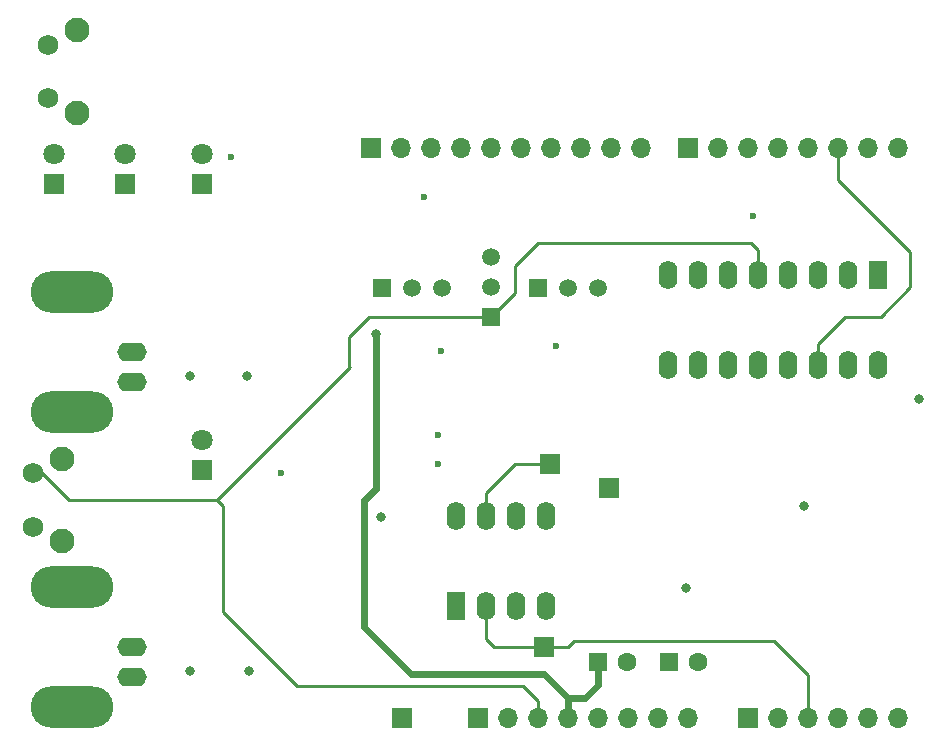
<source format=gbr>
%TF.GenerationSoftware,KiCad,Pcbnew,7.0.2*%
%TF.CreationDate,2023-10-12T23:28:15+02:00*%
%TF.ProjectId,pulse_generator_v2,70756c73-655f-4676-956e-657261746f72,rev?*%
%TF.SameCoordinates,Original*%
%TF.FileFunction,Copper,L4,Bot*%
%TF.FilePolarity,Positive*%
%FSLAX46Y46*%
G04 Gerber Fmt 4.6, Leading zero omitted, Abs format (unit mm)*
G04 Created by KiCad (PCBNEW 7.0.2) date 2023-10-12 23:28:15*
%MOMM*%
%LPD*%
G01*
G04 APERTURE LIST*
%TA.AperFunction,ComponentPad*%
%ADD10R,1.700000X1.700000*%
%TD*%
%TA.AperFunction,ComponentPad*%
%ADD11C,2.100000*%
%TD*%
%TA.AperFunction,ComponentPad*%
%ADD12C,1.750000*%
%TD*%
%TA.AperFunction,ComponentPad*%
%ADD13R,1.800000X1.800000*%
%TD*%
%TA.AperFunction,ComponentPad*%
%ADD14C,1.800000*%
%TD*%
%TA.AperFunction,ComponentPad*%
%ADD15O,2.500000X1.600000*%
%TD*%
%TA.AperFunction,ComponentPad*%
%ADD16O,7.000000X3.500000*%
%TD*%
%TA.AperFunction,ComponentPad*%
%ADD17R,1.600000X1.600000*%
%TD*%
%TA.AperFunction,ComponentPad*%
%ADD18C,1.600000*%
%TD*%
%TA.AperFunction,ComponentPad*%
%ADD19R,1.600000X2.400000*%
%TD*%
%TA.AperFunction,ComponentPad*%
%ADD20O,1.600000X2.400000*%
%TD*%
%TA.AperFunction,ComponentPad*%
%ADD21R,1.500000X1.500000*%
%TD*%
%TA.AperFunction,ComponentPad*%
%ADD22C,1.500000*%
%TD*%
%TA.AperFunction,ComponentPad*%
%ADD23O,1.700000X1.700000*%
%TD*%
%TA.AperFunction,ViaPad*%
%ADD24C,0.600000*%
%TD*%
%TA.AperFunction,ViaPad*%
%ADD25C,0.800000*%
%TD*%
%TA.AperFunction,Conductor*%
%ADD26C,0.250000*%
%TD*%
%TA.AperFunction,Conductor*%
%ADD27C,0.600000*%
%TD*%
G04 APERTURE END LIST*
D10*
%TO.P,TP2,1,1*%
%TO.N,/A2*%
X133500000Y-91500000D03*
%TD*%
D11*
%TO.P,SW1,*%
%TO.N,*%
X92702500Y-82525000D03*
X92702500Y-75515000D03*
D12*
%TO.P,SW1,1,1*%
%TO.N,GND*%
X90212500Y-81275000D03*
%TO.P,SW1,2,2*%
%TO.N,/~{RESET}*%
X90212500Y-76775000D03*
%TD*%
D13*
%TO.P,D6,1,K*%
%TO.N,GND*%
X92000000Y-52275000D03*
D14*
%TO.P,D6,2,A*%
%TO.N,Net-(D6-A)*%
X92000000Y-49735000D03*
%TD*%
D13*
%TO.P,D3,1,K*%
%TO.N,GND*%
X98000000Y-52300000D03*
D14*
%TO.P,D3,2,A*%
%TO.N,Net-(D3-A)*%
X98000000Y-49760000D03*
%TD*%
D15*
%TO.P,J5,1,In*%
%TO.N,Net-(J5-In)*%
X98600000Y-91500000D03*
D16*
%TO.P,J5,2,Ext*%
%TO.N,Net-(J5-Ext)*%
X93520000Y-96580000D03*
D15*
X98600000Y-94040000D03*
D16*
X93520000Y-86420000D03*
%TD*%
D13*
%TO.P,D5,1,K*%
%TO.N,Net-(D5-K)*%
X104500000Y-52300000D03*
D14*
%TO.P,D5,2,A*%
%TO.N,+5V*%
X104500000Y-49760000D03*
%TD*%
D10*
%TO.P,TP4,1,1*%
%TO.N,/2*%
X134000000Y-76000000D03*
%TD*%
D17*
%TO.P,C4,1*%
%TO.N,+3V3*%
X138044888Y-92750000D03*
D18*
%TO.P,C4,2*%
%TO.N,GND*%
X140544888Y-92750000D03*
%TD*%
D19*
%TO.P,U1,1,GND*%
%TO.N,GND*%
X126000000Y-88000000D03*
D20*
%TO.P,U1,2,+*%
%TO.N,/A2*%
X128540000Y-88000000D03*
%TO.P,U1,3,-*%
%TO.N,Net-(J5-In)*%
X131080000Y-88000000D03*
%TO.P,U1,4,V-*%
%TO.N,GND*%
X133620000Y-88000000D03*
%TO.P,U1,5,BAL*%
%TO.N,unconnected-(U1-BAL-Pad5)*%
X133620000Y-80380000D03*
%TO.P,U1,6,STRB*%
%TO.N,unconnected-(U1-STRB-Pad6)*%
X131080000Y-80380000D03*
%TO.P,U1,7*%
%TO.N,/2*%
X128540000Y-80380000D03*
%TO.P,U1,8,V+*%
%TO.N,+5V*%
X126000000Y-80380000D03*
%TD*%
D19*
%TO.P,U3,1*%
%TO.N,N/C*%
X161780000Y-60000000D03*
D20*
%TO.P,U3,2*%
X159240000Y-60000000D03*
%TO.P,U3,3*%
X156700000Y-60000000D03*
%TO.P,U3,4*%
X154160000Y-60000000D03*
%TO.P,U3,5,2~{R}*%
%TO.N,/~{RESET}*%
X151620000Y-60000000D03*
%TO.P,U3,6,2~{S}*%
%TO.N,Net-(U3B-2~{S})*%
X149080000Y-60000000D03*
%TO.P,U3,7,2Q*%
%TO.N,ARM*%
X146540000Y-60000000D03*
%TO.P,U3,8,GND*%
%TO.N,GND*%
X144000000Y-60000000D03*
%TO.P,U3,9*%
%TO.N,N/C*%
X144000000Y-67620000D03*
%TO.P,U3,10*%
X146540000Y-67620000D03*
%TO.P,U3,11*%
X149080000Y-67620000D03*
%TO.P,U3,12*%
X151620000Y-67620000D03*
%TO.P,U3,13,4Q*%
%TO.N,PULSE*%
X154160000Y-67620000D03*
%TO.P,U3,14,4~{R}*%
%TO.N,/2*%
X156700000Y-67620000D03*
%TO.P,U3,15,4~{S}*%
%TO.N,/4*%
X159240000Y-67620000D03*
%TO.P,U3,16,VCC*%
%TO.N,+5V*%
X161780000Y-67620000D03*
%TD*%
D13*
%TO.P,D4,1,K*%
%TO.N,Net-(D4-K)*%
X104500000Y-76500000D03*
D14*
%TO.P,D4,2,A*%
%TO.N,+5V*%
X104500000Y-73960000D03*
%TD*%
D17*
%TO.P,C2,1*%
%TO.N,+5V*%
X144044888Y-92750000D03*
D18*
%TO.P,C2,2*%
%TO.N,GND*%
X146544888Y-92750000D03*
%TD*%
D10*
%TO.P,TP1,1,1*%
%TO.N,GND*%
X139000000Y-78000000D03*
%TD*%
%TO.P,TP3,1,1*%
%TO.N,+5V*%
X121500000Y-97500000D03*
%TD*%
D11*
%TO.P,SW2,*%
%TO.N,*%
X93990000Y-46250000D03*
X93990000Y-39240000D03*
D12*
%TO.P,SW2,1,1*%
%TO.N,PULSE*%
X91500000Y-45000000D03*
%TO.P,SW2,2,2*%
%TO.N,Net-(R14-Pad2)*%
X91500000Y-40500000D03*
%TD*%
D21*
%TO.P,Q3,1,C*%
%TO.N,Net-(Q2-B)*%
X132960000Y-61100000D03*
D22*
%TO.P,Q3,2,B*%
%TO.N,Net-(Q3-B)*%
X135500000Y-61100000D03*
%TO.P,Q3,3,E*%
%TO.N,GND*%
X138040000Y-61100000D03*
%TD*%
D21*
%TO.P,Q1,1,C*%
%TO.N,COIL-*%
X119760000Y-61100000D03*
D22*
%TO.P,Q1,2,B*%
%TO.N,Net-(Q1-B)*%
X122300000Y-61100000D03*
%TO.P,Q1,3,E*%
%TO.N,GND*%
X124840000Y-61100000D03*
%TD*%
D21*
%TO.P,Q2,1,C*%
%TO.N,/~{RESET}*%
X128960000Y-63540000D03*
D22*
%TO.P,Q2,2,B*%
%TO.N,Net-(Q2-B)*%
X128960000Y-61000000D03*
%TO.P,Q2,3,E*%
%TO.N,GND*%
X128960000Y-58460000D03*
%TD*%
D15*
%TO.P,J6,1,In*%
%TO.N,Net-(J6-In)*%
X98600000Y-66500000D03*
D16*
%TO.P,J6,2,Ext*%
%TO.N,Net-(J6-Ext)*%
X93520000Y-71580000D03*
D15*
X98600000Y-69040000D03*
D16*
X93520000Y-61420000D03*
%TD*%
D23*
%TO.P,J1,8,Pin_8*%
%TO.N,VCC*%
X145720000Y-97460000D03*
%TO.P,J1,7,Pin_7*%
%TO.N,GND*%
X143180000Y-97460000D03*
%TO.P,J1,6,Pin_6*%
X140640000Y-97460000D03*
%TO.P,J1,5,Pin_5*%
%TO.N,+5V*%
X138100000Y-97460000D03*
%TO.P,J1,4,Pin_4*%
%TO.N,+3V3*%
X135560000Y-97460000D03*
%TO.P,J1,3,Pin_3*%
%TO.N,/~{RESET}*%
X133020000Y-97460000D03*
%TO.P,J1,2,Pin_2*%
%TO.N,/IOREF*%
X130480000Y-97460000D03*
D10*
%TO.P,J1,1,Pin_1*%
%TO.N,unconnected-(J1-Pin_1-Pad1)*%
X127940000Y-97460000D03*
%TD*%
%TO.P,J3,1,Pin_1*%
%TO.N,/A0*%
X150800000Y-97460000D03*
D23*
%TO.P,J3,2,Pin_2*%
%TO.N,/A1*%
X153340000Y-97460000D03*
%TO.P,J3,3,Pin_3*%
%TO.N,/A2*%
X155880000Y-97460000D03*
%TO.P,J3,4,Pin_4*%
%TO.N,/A3*%
X158420000Y-97460000D03*
%TO.P,J3,5,Pin_5*%
%TO.N,unconnected-(J3-Pin_5-Pad5)*%
X160960000Y-97460000D03*
%TO.P,J3,6,Pin_6*%
%TO.N,unconnected-(J3-Pin_6-Pad6)*%
X163500000Y-97460000D03*
%TD*%
D10*
%TO.P,J2,1,Pin_1*%
%TO.N,unconnected-(J2-Pin_1-Pad1)*%
X118800000Y-49200000D03*
D23*
%TO.P,J2,2,Pin_2*%
%TO.N,unconnected-(J2-Pin_2-Pad2)*%
X121340000Y-49200000D03*
%TO.P,J2,3,Pin_3*%
%TO.N,/AREF*%
X123880000Y-49200000D03*
%TO.P,J2,4,Pin_4*%
%TO.N,GND*%
X126420000Y-49200000D03*
%TO.P,J2,5,Pin_5*%
%TO.N,/13*%
X128960000Y-49200000D03*
%TO.P,J2,6,Pin_6*%
%TO.N,/12*%
X131500000Y-49200000D03*
%TO.P,J2,7,Pin_7*%
%TO.N,/\u002A11*%
X134040000Y-49200000D03*
%TO.P,J2,8,Pin_8*%
%TO.N,/\u002A10*%
X136580000Y-49200000D03*
%TO.P,J2,9,Pin_9*%
%TO.N,/\u002A9*%
X139120000Y-49200000D03*
%TO.P,J2,10,Pin_10*%
%TO.N,/8*%
X141660000Y-49200000D03*
%TD*%
D10*
%TO.P,J4,1,Pin_1*%
%TO.N,/7*%
X145700000Y-49200000D03*
D23*
%TO.P,J4,2,Pin_2*%
%TO.N,/\u002A6*%
X148240000Y-49200000D03*
%TO.P,J4,3,Pin_3*%
%TO.N,/\u002A5*%
X150780000Y-49200000D03*
%TO.P,J4,4,Pin_4*%
%TO.N,/4*%
X153320000Y-49200000D03*
%TO.P,J4,5,Pin_5*%
%TO.N,/\u002A3*%
X155860000Y-49200000D03*
%TO.P,J4,6,Pin_6*%
%TO.N,/2*%
X158400000Y-49200000D03*
%TO.P,J4,7,Pin_7*%
%TO.N,/TX{slash}1*%
X160940000Y-49200000D03*
%TO.P,J4,8,Pin_8*%
%TO.N,/RX{slash}0*%
X163480000Y-49200000D03*
%TD*%
D24*
%TO.N,GND*%
X124500000Y-73500000D03*
X111250000Y-76750000D03*
X123300000Y-53350000D03*
D25*
X108500000Y-93500000D03*
X119715000Y-80500000D03*
X155500000Y-79500000D03*
D24*
X107000000Y-50000000D03*
D25*
X145500000Y-86500000D03*
X108300498Y-68500000D03*
X165240000Y-70500000D03*
D24*
%TO.N,+5V*%
X134500000Y-66000000D03*
X151200000Y-55000000D03*
X124800000Y-66400000D03*
X124500000Y-76000000D03*
D25*
%TO.N,+3V3*%
X119250000Y-65000000D03*
%TO.N,Net-(J5-Ext)*%
X103500000Y-93500000D03*
%TO.N,Net-(J6-Ext)*%
X103500000Y-68500000D03*
%TD*%
D26*
%TO.N,/~{RESET}*%
X133020000Y-96020000D02*
X133020000Y-97460000D01*
X131000000Y-94750000D02*
X112550000Y-94750000D01*
X131000000Y-94750000D02*
X131750000Y-94750000D01*
X131750000Y-94750000D02*
X133020000Y-96020000D01*
%TO.N,/A2*%
X136000000Y-91000000D02*
X153000000Y-91000000D01*
X129250000Y-91500000D02*
X128540000Y-90790000D01*
X153000000Y-91000000D02*
X155880000Y-93880000D01*
X155880000Y-93880000D02*
X155880000Y-97460000D01*
X133500000Y-91500000D02*
X135500000Y-91500000D01*
X133500000Y-91500000D02*
X129250000Y-91500000D01*
X128540000Y-90790000D02*
X128540000Y-88000000D01*
X135500000Y-91500000D02*
X136000000Y-91000000D01*
%TO.N,/2*%
X156700000Y-65800000D02*
X159000000Y-63500000D01*
X162000000Y-63500000D02*
X164500000Y-61000000D01*
X159000000Y-63500000D02*
X162000000Y-63500000D01*
X128540000Y-80380000D02*
X128540000Y-78460000D01*
X156700000Y-67620000D02*
X156700000Y-65800000D01*
X131000000Y-76000000D02*
X134000000Y-76000000D01*
X164500000Y-61000000D02*
X164500000Y-58000000D01*
X164500000Y-58000000D02*
X158400000Y-51900000D01*
X128540000Y-78460000D02*
X131000000Y-76000000D01*
X158400000Y-51900000D02*
X158400000Y-49200000D01*
D27*
%TO.N,+3V3*%
X135500000Y-95750000D02*
X133500000Y-93750000D01*
X135560000Y-97460000D02*
X135560000Y-95750000D01*
X133500000Y-93750000D02*
X122250000Y-93750000D01*
X118250000Y-89750000D02*
X118250000Y-79065000D01*
X135560000Y-95750000D02*
X135500000Y-95750000D01*
X122250000Y-93750000D02*
X118250000Y-89750000D01*
X137000000Y-95750000D02*
X135560000Y-95750000D01*
X118250000Y-79065000D02*
X119250000Y-78065000D01*
X138044888Y-94705112D02*
X137000000Y-95750000D01*
X138044888Y-92750000D02*
X138044888Y-94705112D01*
X119250000Y-78065000D02*
X119250000Y-65000000D01*
D26*
%TO.N,/~{RESET}*%
X104300000Y-79000000D02*
X105800000Y-79000000D01*
X128960000Y-63540000D02*
X118710000Y-63540000D01*
X91012500Y-76775000D02*
X93237500Y-79000000D01*
X117000000Y-65250000D02*
X117000000Y-67750000D01*
X106300000Y-79500000D02*
X105800000Y-79000000D01*
X151620000Y-57870000D02*
X151620000Y-60000000D01*
X118710000Y-63540000D02*
X117000000Y-65250000D01*
X133000000Y-57250000D02*
X151000000Y-57250000D01*
X117000000Y-67750000D02*
X117025000Y-67775000D01*
X131000000Y-59250000D02*
X133000000Y-57250000D01*
X117025000Y-67775000D02*
X105800000Y-79000000D01*
X128960000Y-63540000D02*
X131000000Y-61500000D01*
X131000000Y-61500000D02*
X131000000Y-59250000D01*
X151000000Y-57250000D02*
X151620000Y-57870000D01*
X93237500Y-79000000D02*
X104300000Y-79000000D01*
X112550000Y-94750000D02*
X106300000Y-88500000D01*
X106300000Y-88500000D02*
X106300000Y-79500000D01*
%TD*%
M02*

</source>
